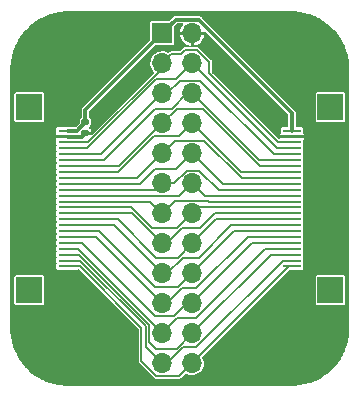
<source format=gbr>
%TF.GenerationSoftware,KiCad,Pcbnew,5.99.0-unknown-7565f60a0~106~ubuntu20.04.1*%
%TF.CreationDate,2020-12-13T15:13:57+00:00*%
%TF.ProjectId,24pin_flex_interposer,32347069-6e5f-4666-9c65-785f696e7465,rev?*%
%TF.SameCoordinates,Original*%
%TF.FileFunction,Copper,L1,Top*%
%TF.FilePolarity,Positive*%
%FSLAX46Y46*%
G04 Gerber Fmt 4.6, Leading zero omitted, Abs format (unit mm)*
G04 Created by KiCad (PCBNEW 5.99.0-unknown-7565f60a0~106~ubuntu20.04.1) date 2020-12-13 15:13:57*
%MOMM*%
%LPD*%
G01*
G04 APERTURE LIST*
G04 Aperture macros list*
%AMRoundRect*
0 Rectangle with rounded corners*
0 $1 Rounding radius*
0 $2 $3 $4 $5 $6 $7 $8 $9 X,Y pos of 4 corners*
0 Add a 4 corners polygon primitive as box body*
4,1,4,$2,$3,$4,$5,$6,$7,$8,$9,$2,$3,0*
0 Add four circle primitives for the rounded corners*
1,1,$1+$1,$2,$3,0*
1,1,$1+$1,$4,$5,0*
1,1,$1+$1,$6,$7,0*
1,1,$1+$1,$8,$9,0*
0 Add four rect primitives between the rounded corners*
20,1,$1+$1,$2,$3,$4,$5,0*
20,1,$1+$1,$4,$5,$6,$7,0*
20,1,$1+$1,$6,$7,$8,$9,0*
20,1,$1+$1,$8,$9,$2,$3,0*%
G04 Aperture macros list end*
%TA.AperFunction,SMDPad,CuDef*%
%ADD10RoundRect,0.140000X-0.170000X0.140000X-0.170000X-0.140000X0.170000X-0.140000X0.170000X0.140000X0*%
%TD*%
%TA.AperFunction,SMDPad,CuDef*%
%ADD11R,2.200000X2.200000*%
%TD*%
%TA.AperFunction,SMDPad,CuDef*%
%ADD12R,1.600000X0.250000*%
%TD*%
%TA.AperFunction,ComponentPad*%
%ADD13O,1.700000X1.700000*%
%TD*%
%TA.AperFunction,ComponentPad*%
%ADD14R,1.700000X1.700000*%
%TD*%
%TA.AperFunction,ViaPad*%
%ADD15C,0.600000*%
%TD*%
%TA.AperFunction,Conductor*%
%ADD16C,0.150000*%
%TD*%
%TA.AperFunction,Conductor*%
%ADD17C,0.300000*%
%TD*%
G04 APERTURE END LIST*
D10*
%TO.P,C1,2*%
%TO.N,/LCD2*%
X105500000Y-83480000D03*
%TO.P,C1,1*%
%TO.N,/LCD1*%
X105500000Y-82520000D03*
%TD*%
D11*
%TO.P,J3,0*%
%TO.N,N/C*%
X100750000Y-96750000D03*
X100750000Y-81250000D03*
D12*
%TO.P,J3,24,Pin_24*%
%TO.N,/LCD24*%
X104000000Y-94750000D03*
%TO.P,J3,23,Pin_23*%
%TO.N,/LCD23*%
X104000000Y-94250000D03*
%TO.P,J3,22,Pin_22*%
%TO.N,/LCD22*%
X104000000Y-93750000D03*
%TO.P,J3,21,Pin_21*%
%TO.N,/LCD21*%
X104000000Y-93250000D03*
%TO.P,J3,20,Pin_20*%
%TO.N,/LCD20*%
X104000000Y-92750000D03*
%TO.P,J3,19,Pin_19*%
%TO.N,/LCD19*%
X104000000Y-92250000D03*
%TO.P,J3,18,Pin_18*%
%TO.N,/LCD18*%
X104000000Y-91750000D03*
%TO.P,J3,17,Pin_17*%
%TO.N,/LCD17*%
X104000000Y-91250000D03*
%TO.P,J3,16,Pin_16*%
%TO.N,/LCD16*%
X104000000Y-90750000D03*
%TO.P,J3,15,Pin_15*%
%TO.N,/LCD15*%
X104000000Y-90250000D03*
%TO.P,J3,14,Pin_14*%
%TO.N,/LCD14*%
X104000000Y-89750000D03*
%TO.P,J3,13,Pin_13*%
%TO.N,/LCD13*%
X104000000Y-89250000D03*
%TO.P,J3,12,Pin_12*%
%TO.N,/LCD12*%
X104000000Y-88750000D03*
%TO.P,J3,11,Pin_11*%
%TO.N,/LCD11*%
X104000000Y-88250000D03*
%TO.P,J3,10,Pin_10*%
%TO.N,/LCD10*%
X104000000Y-87750000D03*
%TO.P,J3,9,Pin_9*%
%TO.N,/LCD9*%
X104000000Y-87250000D03*
%TO.P,J3,8,Pin_8*%
%TO.N,/LCD8*%
X104000000Y-86750000D03*
%TO.P,J3,7,Pin_7*%
%TO.N,/LCD7*%
X104000000Y-86250000D03*
%TO.P,J3,6,Pin_6*%
%TO.N,/LCD6*%
X104000000Y-85750000D03*
%TO.P,J3,5,Pin_5*%
%TO.N,/LCD5*%
X104000000Y-85250000D03*
%TO.P,J3,4,Pin_4*%
%TO.N,/LCD4*%
X104000000Y-84750000D03*
%TO.P,J3,3,Pin_3*%
%TO.N,/LCD3*%
X104000000Y-84250000D03*
%TO.P,J3,2,Pin_2*%
%TO.N,/LCD2*%
X104000000Y-83750000D03*
%TO.P,J3,1,Pin_1*%
%TO.N,/LCD1*%
X104000000Y-83250000D03*
%TD*%
D13*
%TO.P,J2,24,Pin_24*%
%TO.N,/LCD24*%
X114540000Y-102940000D03*
%TO.P,J2,23,Pin_23*%
%TO.N,/LCD23*%
X112000000Y-102940000D03*
%TO.P,J2,22,Pin_22*%
%TO.N,/LCD22*%
X114540000Y-100400000D03*
%TO.P,J2,21,Pin_21*%
%TO.N,/LCD21*%
X112000000Y-100400000D03*
%TO.P,J2,20,Pin_20*%
%TO.N,/LCD20*%
X114540000Y-97860000D03*
%TO.P,J2,19,Pin_19*%
%TO.N,/LCD19*%
X112000000Y-97860000D03*
%TO.P,J2,18,Pin_18*%
%TO.N,/LCD18*%
X114540000Y-95320000D03*
%TO.P,J2,17,Pin_17*%
%TO.N,/LCD17*%
X112000000Y-95320000D03*
%TO.P,J2,16,Pin_16*%
%TO.N,/LCD16*%
X114540000Y-92780000D03*
%TO.P,J2,15,Pin_15*%
%TO.N,/LCD15*%
X112000000Y-92780000D03*
%TO.P,J2,14,Pin_14*%
%TO.N,/LCD14*%
X114540000Y-90240000D03*
%TO.P,J2,13,Pin_13*%
%TO.N,/LCD13*%
X112000000Y-90240000D03*
%TO.P,J2,12,Pin_12*%
%TO.N,/LCD12*%
X114540000Y-87700000D03*
%TO.P,J2,11,Pin_11*%
%TO.N,/LCD11*%
X112000000Y-87700000D03*
%TO.P,J2,10,Pin_10*%
%TO.N,/LCD10*%
X114540000Y-85160000D03*
%TO.P,J2,9,Pin_9*%
%TO.N,/LCD9*%
X112000000Y-85160000D03*
%TO.P,J2,8,Pin_8*%
%TO.N,/LCD8*%
X114540000Y-82620000D03*
%TO.P,J2,7,Pin_7*%
%TO.N,/LCD7*%
X112000000Y-82620000D03*
%TO.P,J2,6,Pin_6*%
%TO.N,/LCD6*%
X114540000Y-80080000D03*
%TO.P,J2,5,Pin_5*%
%TO.N,/LCD5*%
X112000000Y-80080000D03*
%TO.P,J2,4,Pin_4*%
%TO.N,/LCD4*%
X114540000Y-77540000D03*
%TO.P,J2,3,Pin_3*%
%TO.N,/LCD3*%
X112000000Y-77540000D03*
%TO.P,J2,2,Pin_2*%
%TO.N,/LCD2*%
X114540000Y-75000000D03*
D14*
%TO.P,J2,1,Pin_1*%
%TO.N,/LCD1*%
X112000000Y-75000000D03*
%TD*%
D11*
%TO.P,J1,0*%
%TO.N,N/C*%
X126250000Y-81250000D03*
X126250000Y-96750000D03*
D12*
%TO.P,J1,24,Pin_24*%
%TO.N,/LCD1*%
X123000000Y-83250000D03*
%TO.P,J1,23,Pin_23*%
%TO.N,/LCD2*%
X123000000Y-83750000D03*
%TO.P,J1,22,Pin_22*%
%TO.N,/LCD3*%
X123000000Y-84250000D03*
%TO.P,J1,21,Pin_21*%
%TO.N,/LCD4*%
X123000000Y-84750000D03*
%TO.P,J1,20,Pin_20*%
%TO.N,/LCD5*%
X123000000Y-85250000D03*
%TO.P,J1,19,Pin_19*%
%TO.N,/LCD6*%
X123000000Y-85750000D03*
%TO.P,J1,18,Pin_18*%
%TO.N,/LCD7*%
X123000000Y-86250000D03*
%TO.P,J1,17,Pin_17*%
%TO.N,/LCD8*%
X123000000Y-86750000D03*
%TO.P,J1,16,Pin_16*%
%TO.N,/LCD9*%
X123000000Y-87250000D03*
%TO.P,J1,15,Pin_15*%
%TO.N,/LCD10*%
X123000000Y-87750000D03*
%TO.P,J1,14,Pin_14*%
%TO.N,/LCD11*%
X123000000Y-88250000D03*
%TO.P,J1,13,Pin_13*%
%TO.N,/LCD12*%
X123000000Y-88750000D03*
%TO.P,J1,12,Pin_12*%
%TO.N,/LCD13*%
X123000000Y-89250000D03*
%TO.P,J1,11,Pin_11*%
%TO.N,/LCD14*%
X123000000Y-89750000D03*
%TO.P,J1,10,Pin_10*%
%TO.N,/LCD15*%
X123000000Y-90250000D03*
%TO.P,J1,9,Pin_9*%
%TO.N,/LCD16*%
X123000000Y-90750000D03*
%TO.P,J1,8,Pin_8*%
%TO.N,/LCD17*%
X123000000Y-91250000D03*
%TO.P,J1,7,Pin_7*%
%TO.N,/LCD18*%
X123000000Y-91750000D03*
%TO.P,J1,6,Pin_6*%
%TO.N,/LCD19*%
X123000000Y-92250000D03*
%TO.P,J1,5,Pin_5*%
%TO.N,/LCD20*%
X123000000Y-92750000D03*
%TO.P,J1,4,Pin_4*%
%TO.N,/LCD21*%
X123000000Y-93250000D03*
%TO.P,J1,3,Pin_3*%
%TO.N,/LCD22*%
X123000000Y-93750000D03*
%TO.P,J1,2,Pin_2*%
%TO.N,/LCD23*%
X123000000Y-94250000D03*
%TO.P,J1,1,Pin_1*%
%TO.N,/LCD24*%
X123000000Y-94750000D03*
%TD*%
D15*
%TO.N,/LCD2*%
X123600010Y-82312522D03*
X117500000Y-75000000D03*
X110500000Y-75000000D03*
X121500000Y-83000000D03*
X104000000Y-82000000D03*
X104000000Y-96000000D03*
X123000000Y-96000000D03*
X126000000Y-103000000D03*
X101000000Y-103000000D03*
X101000000Y-75000000D03*
X126000000Y-75000000D03*
X110500000Y-77500000D03*
X106250000Y-82000000D03*
X106250000Y-83000000D03*
%TD*%
D16*
%TO.N,/LCD5*%
X121450000Y-85250000D02*
X123000000Y-85250000D01*
X115204999Y-79004999D02*
X121450000Y-85250000D01*
X113499279Y-79004999D02*
X115204999Y-79004999D01*
%TO.N,/LCD4*%
X111524279Y-78900000D02*
X105674279Y-84750000D01*
%TO.N,/LCD5*%
X112424278Y-80080000D02*
X113499279Y-79004999D01*
%TO.N,/LCD4*%
X113180000Y-78900000D02*
X111524279Y-78900000D01*
%TO.N,/LCD5*%
X112000000Y-80080000D02*
X112424278Y-80080000D01*
%TO.N,/LCD4*%
X105674279Y-84750000D02*
X104000000Y-84750000D01*
X114540000Y-77540000D02*
X113180000Y-78900000D01*
%TO.N,/LCD3*%
X104000000Y-84250000D02*
X105750000Y-84250000D01*
X105750000Y-84250000D02*
X112000000Y-78000000D01*
X112000000Y-78000000D02*
X112000000Y-77540000D01*
X112770000Y-76770000D02*
X112000000Y-77540000D01*
X114994668Y-76425012D02*
X113925012Y-76425012D01*
X112770000Y-76770000D02*
X113580024Y-76770000D01*
X113580024Y-76770000D02*
X113925012Y-76425012D01*
X123000000Y-84250000D02*
X121844666Y-84250000D01*
X121844666Y-84250000D02*
X116000000Y-78405334D01*
X116000000Y-78405334D02*
X116000000Y-77430344D01*
X116000000Y-77430344D02*
X114994668Y-76425012D01*
D17*
%TO.N,/LCD1*%
X112000000Y-75000000D02*
X113150001Y-73849999D01*
X113150001Y-73849999D02*
X115092001Y-73849999D01*
X115092001Y-73849999D02*
X123000000Y-81757998D01*
X123000000Y-81757998D02*
X123000000Y-83250000D01*
%TO.N,/LCD2*%
X104000000Y-83750000D02*
X105230000Y-83750000D01*
X105230000Y-83750000D02*
X105500000Y-83480000D01*
%TO.N,/LCD1*%
X105500000Y-82520000D02*
X105500000Y-81500000D01*
X105500000Y-81500000D02*
X112000000Y-75000000D01*
X104000000Y-83250000D02*
X104770000Y-83250000D01*
X104770000Y-83250000D02*
X105500000Y-82520000D01*
D16*
%TO.N,/LCD24*%
X104000000Y-94750000D02*
X105050000Y-94750000D01*
X110234499Y-102765501D02*
X111483999Y-104015001D01*
X105050000Y-94750000D02*
X110234499Y-99934499D01*
X110234499Y-99934499D02*
X110234499Y-102765501D01*
%TO.N,/LCD19*%
X112000000Y-97860000D02*
X112424279Y-97860000D01*
X112424279Y-97860000D02*
X113684279Y-96600000D01*
X114900000Y-96600000D02*
X119250000Y-92250000D01*
X113684279Y-96600000D02*
X114900000Y-96600000D01*
X119250000Y-92250000D02*
X123000000Y-92250000D01*
%TO.N,/LCD21*%
X112000000Y-100400000D02*
X113300000Y-99100000D01*
X113300000Y-99100000D02*
X114891002Y-99100000D01*
X114891002Y-99100000D02*
X120741002Y-93250000D01*
X120741002Y-93250000D02*
X123000000Y-93250000D01*
%TO.N,/LCD22*%
X114540000Y-100400000D02*
X113240000Y-101700000D01*
X113240000Y-101700000D02*
X111500000Y-101700000D01*
X111500000Y-101700000D02*
X110924999Y-101124999D01*
X110924999Y-101124999D02*
X110924999Y-99704113D01*
X110924999Y-99704113D02*
X104970886Y-93750000D01*
X104970886Y-93750000D02*
X104000000Y-93750000D01*
%TO.N,/LCD21*%
X104895165Y-93250000D02*
X112000000Y-100354835D01*
X104000000Y-93250000D02*
X104895165Y-93250000D01*
%TO.N,/LCD23*%
X110624988Y-99828381D02*
X110624988Y-101564988D01*
%TO.N,/LCD21*%
X112000000Y-100354835D02*
X112000000Y-100400000D01*
%TO.N,/LCD23*%
X104000000Y-94250000D02*
X105046607Y-94250000D01*
X110624988Y-101564988D02*
X112000000Y-102940000D01*
X105046607Y-94250000D02*
X110624988Y-99828381D01*
%TO.N,/LCD24*%
X113464999Y-104015001D02*
X114540000Y-102940000D01*
X111483999Y-104015001D02*
X113464999Y-104015001D01*
%TO.N,/LCD23*%
X112000000Y-102940000D02*
X112424279Y-102940000D01*
X112424279Y-102940000D02*
X113764279Y-101600000D01*
X113764279Y-101600000D02*
X114906786Y-101600000D01*
X114906786Y-101600000D02*
X122256786Y-94250000D01*
X122256786Y-94250000D02*
X123000000Y-94250000D01*
%TO.N,/LCD20*%
X114540000Y-97860000D02*
X114115722Y-97860000D01*
X114115722Y-97860000D02*
X113040721Y-98935001D01*
X111435001Y-98935001D02*
X105250000Y-92750000D01*
X113040721Y-98935001D02*
X111435001Y-98935001D01*
X105250000Y-92750000D02*
X104000000Y-92750000D01*
%TO.N,/LCD18*%
X113360000Y-96500000D02*
X111400000Y-96500000D01*
X106650000Y-91750000D02*
X104000000Y-91750000D01*
X114540000Y-95320000D02*
X113360000Y-96500000D01*
X111400000Y-96500000D02*
X106650000Y-91750000D01*
%TO.N,/LCD19*%
X104000000Y-92250000D02*
X106390000Y-92250000D01*
X106390000Y-92250000D02*
X112000000Y-97860000D01*
%TO.N,/LCD17*%
X112000000Y-95320000D02*
X112424279Y-95320000D01*
X112424279Y-95320000D02*
X113744279Y-94000000D01*
X113744279Y-94000000D02*
X115100000Y-94000000D01*
X115100000Y-94000000D02*
X117850000Y-91250000D01*
X117850000Y-91250000D02*
X123000000Y-91250000D01*
%TO.N,/LCD16*%
X108250000Y-90750000D02*
X104000000Y-90750000D01*
X113320000Y-94000000D02*
X111500000Y-94000000D01*
X114540000Y-92780000D02*
X113320000Y-94000000D01*
X111500000Y-94000000D02*
X108250000Y-90750000D01*
%TO.N,/LCD17*%
X104000000Y-91250000D02*
X107930000Y-91250000D01*
X107930000Y-91250000D02*
X112000000Y-95320000D01*
%TO.N,/LCD15*%
X112000000Y-92780000D02*
X112424279Y-92780000D01*
X115200000Y-91500000D02*
X116450000Y-90250000D01*
X112424279Y-92780000D02*
X113704279Y-91500000D01*
X113704279Y-91500000D02*
X115200000Y-91500000D01*
X116450000Y-90250000D02*
X123000000Y-90250000D01*
%TO.N,/LCD14*%
X109394278Y-89750000D02*
X104000000Y-89750000D01*
X114540000Y-90240000D02*
X113280000Y-91500000D01*
X113280000Y-91500000D02*
X111144278Y-91500000D01*
X111144278Y-91500000D02*
X109394278Y-89750000D01*
%TO.N,/LCD11*%
X104000000Y-88250000D02*
X111450000Y-88250000D01*
X111450000Y-88250000D02*
X112000000Y-87700000D01*
%TO.N,/LCD10*%
X114540000Y-85160000D02*
X113200000Y-86500000D01*
X113200000Y-86500000D02*
X111392139Y-86500000D01*
X111392139Y-86500000D02*
X110142139Y-87750000D01*
X110142139Y-87750000D02*
X104000000Y-87750000D01*
%TO.N,/LCD9*%
X104000000Y-87250000D02*
X109910000Y-87250000D01*
X109910000Y-87250000D02*
X112000000Y-85160000D01*
%TO.N,/LCD6*%
X114540000Y-80080000D02*
X114115721Y-80080000D01*
X112795721Y-81400000D02*
X111400000Y-81400000D01*
X114115721Y-80080000D02*
X112795721Y-81400000D01*
X111400000Y-81400000D02*
X107050000Y-85750000D01*
X107050000Y-85750000D02*
X104000000Y-85750000D01*
%TO.N,/LCD8*%
X111344267Y-83700011D02*
X108294278Y-86750000D01*
X113459989Y-83700011D02*
X111344267Y-83700011D01*
%TO.N,/LCD7*%
X104000000Y-86250000D02*
X108370000Y-86250000D01*
%TO.N,/LCD8*%
X114540000Y-82620000D02*
X113459989Y-83700011D01*
X108294278Y-86750000D02*
X104000000Y-86750000D01*
%TO.N,/LCD7*%
X108370000Y-86250000D02*
X112000000Y-82620000D01*
%TO.N,/LCD5*%
X106830000Y-85250000D02*
X112000000Y-80080000D01*
X104000000Y-85250000D02*
X106830000Y-85250000D01*
%TO.N,/LCD22*%
X123000000Y-93750000D02*
X121190000Y-93750000D01*
X121190000Y-93750000D02*
X114540000Y-100400000D01*
%TO.N,/LCD20*%
X123000000Y-92750000D02*
X119650000Y-92750000D01*
X119650000Y-92750000D02*
X114540000Y-97860000D01*
%TO.N,/LCD18*%
X123000000Y-91750000D02*
X118110000Y-91750000D01*
X118110000Y-91750000D02*
X114540000Y-95320000D01*
%TO.N,/LCD16*%
X123000000Y-90750000D02*
X116570000Y-90750000D01*
X116570000Y-90750000D02*
X114540000Y-92780000D01*
%TO.N,/LCD14*%
X123000000Y-89750000D02*
X115030000Y-89750000D01*
X115030000Y-89750000D02*
X114540000Y-90240000D01*
%TO.N,/LCD12*%
X123000000Y-88750000D02*
X115590000Y-88750000D01*
X115590000Y-88750000D02*
X114540000Y-87700000D01*
%TO.N,/LCD11*%
X112000000Y-87700000D02*
X113000000Y-87700000D01*
X113000000Y-87700000D02*
X114075001Y-86624999D01*
X114075001Y-86624999D02*
X115152860Y-86624999D01*
X115152860Y-86624999D02*
X116777861Y-88250000D01*
X116777861Y-88250000D02*
X123000000Y-88250000D01*
%TO.N,/LCD10*%
X117130000Y-87750000D02*
X114540000Y-85160000D01*
X123000000Y-87750000D02*
X117130000Y-87750000D01*
%TO.N,/LCD8*%
X123000000Y-86750000D02*
X118670000Y-86750000D01*
%TO.N,/LCD9*%
X113075001Y-84084999D02*
X115580721Y-84084999D01*
X115580721Y-84084999D02*
X118745722Y-87250000D01*
X118745722Y-87250000D02*
X123000000Y-87250000D01*
X112000000Y-85160000D02*
X113075001Y-84084999D01*
%TO.N,/LCD8*%
X118670000Y-86750000D02*
X114540000Y-82620000D01*
%TO.N,/LCD4*%
X123000000Y-84750000D02*
X121750000Y-84750000D01*
X121750000Y-84750000D02*
X114540000Y-77540000D01*
%TO.N,/LCD7*%
X120285722Y-86250000D02*
X123000000Y-86250000D01*
X115435722Y-81400000D02*
X120285722Y-86250000D01*
X113220000Y-81400000D02*
X115435722Y-81400000D01*
X112000000Y-82620000D02*
X113220000Y-81400000D01*
%TO.N,/LCD6*%
X120210000Y-85750000D02*
X114540000Y-80080000D01*
X123000000Y-85750000D02*
X120210000Y-85750000D01*
%TO.N,/LCD24*%
X123000000Y-94750000D02*
X122730000Y-94750000D01*
X122730000Y-94750000D02*
X114540000Y-102940000D01*
%TO.N,/LCD15*%
X104000000Y-90250000D02*
X109470000Y-90250000D01*
X109470000Y-90250000D02*
X112000000Y-92780000D01*
%TO.N,/LCD13*%
X112000000Y-90240000D02*
X113075001Y-89164999D01*
X113075001Y-89164999D02*
X115864999Y-89164999D01*
X115864999Y-89164999D02*
X115950000Y-89250000D01*
X115950000Y-89250000D02*
X123000000Y-89250000D01*
X104000000Y-89250000D02*
X111010000Y-89250000D01*
X111010000Y-89250000D02*
X112000000Y-90240000D01*
%TO.N,/LCD12*%
X114540000Y-87700000D02*
X113464999Y-88775001D01*
X113464999Y-88775001D02*
X104025001Y-88775001D01*
X104025001Y-88775001D02*
X104000000Y-88750000D01*
D17*
%TO.N,/LCD1*%
X112000000Y-75250000D02*
X112000000Y-75000000D01*
%TD*%
%TA.AperFunction,Conductor*%
%TO.N,/LCD2*%
G36*
X122972303Y-73152724D02*
G01*
X122974304Y-73153282D01*
X122975063Y-73153494D01*
X122975064Y-73153494D01*
X122979736Y-73154798D01*
X123144885Y-73156509D01*
X123147310Y-73156575D01*
X123258095Y-73161412D01*
X123261298Y-73161622D01*
X123582865Y-73189756D01*
X123586022Y-73190101D01*
X123674231Y-73201714D01*
X123678804Y-73202316D01*
X123681995Y-73202807D01*
X123999899Y-73258863D01*
X124003064Y-73259493D01*
X124067210Y-73273713D01*
X124094376Y-73279735D01*
X124097467Y-73280492D01*
X124359154Y-73350612D01*
X124409295Y-73364047D01*
X124412394Y-73364950D01*
X124425374Y-73369042D01*
X124501599Y-73393076D01*
X124504608Y-73394098D01*
X124781771Y-73494977D01*
X124808006Y-73504526D01*
X124811015Y-73505696D01*
X124897376Y-73541468D01*
X124900331Y-73542768D01*
X124920670Y-73552252D01*
X125192947Y-73679217D01*
X125195790Y-73680619D01*
X125278743Y-73723801D01*
X125278762Y-73723811D01*
X125281591Y-73725364D01*
X125561169Y-73886778D01*
X125563912Y-73888443D01*
X125642796Y-73938699D01*
X125645480Y-73940492D01*
X125781874Y-74035996D01*
X125909923Y-74125658D01*
X125912498Y-74127546D01*
X125986692Y-74184477D01*
X125989175Y-74186469D01*
X126091184Y-74272065D01*
X126236523Y-74394020D01*
X126238949Y-74396148D01*
X126307853Y-74459286D01*
X126310186Y-74461519D01*
X126538490Y-74689824D01*
X126540722Y-74692156D01*
X126603874Y-74761074D01*
X126605998Y-74763496D01*
X126813520Y-75010813D01*
X126815505Y-75013285D01*
X126847244Y-75054647D01*
X126872454Y-75087503D01*
X126874362Y-75090106D01*
X126971481Y-75228805D01*
X127059508Y-75354520D01*
X127059519Y-75354536D01*
X127061313Y-75357221D01*
X127111563Y-75436099D01*
X127113238Y-75438859D01*
X127222880Y-75628764D01*
X127274636Y-75718408D01*
X127274646Y-75718426D01*
X127276189Y-75721238D01*
X127319368Y-75804183D01*
X127319376Y-75804199D01*
X127320796Y-75807079D01*
X127349241Y-75868079D01*
X127457228Y-76099661D01*
X127458528Y-76102615D01*
X127494313Y-76189007D01*
X127495481Y-76192010D01*
X127605910Y-76495415D01*
X127606924Y-76498403D01*
X127635050Y-76587606D01*
X127635937Y-76590647D01*
X127706960Y-76855709D01*
X127719511Y-76902550D01*
X127720278Y-76905685D01*
X127740505Y-76996922D01*
X127741135Y-77000089D01*
X127797195Y-77318023D01*
X127797686Y-77321214D01*
X127807901Y-77398798D01*
X127809893Y-77413931D01*
X127810242Y-77417126D01*
X127829899Y-77641798D01*
X127838377Y-77738696D01*
X127838589Y-77741918D01*
X127843425Y-77852672D01*
X127843491Y-77855114D01*
X127845202Y-78020265D01*
X127846506Y-78024936D01*
X127846506Y-78024938D01*
X127847276Y-78027696D01*
X127850000Y-78047589D01*
X127850000Y-99952411D01*
X127847276Y-99972304D01*
X127845202Y-99979735D01*
X127843960Y-100099632D01*
X127843491Y-100144867D01*
X127843425Y-100147310D01*
X127838589Y-100258082D01*
X127838377Y-100261302D01*
X127818427Y-100489333D01*
X127810244Y-100582860D01*
X127809895Y-100586048D01*
X127804224Y-100629124D01*
X127797686Y-100678786D01*
X127797195Y-100681977D01*
X127741135Y-100999911D01*
X127740505Y-101003078D01*
X127720278Y-101094315D01*
X127719511Y-101097450D01*
X127717533Y-101104831D01*
X127635937Y-101409353D01*
X127635053Y-101412386D01*
X127606924Y-101501597D01*
X127605910Y-101504585D01*
X127499715Y-101796357D01*
X127495483Y-101807984D01*
X127494313Y-101810993D01*
X127458528Y-101897385D01*
X127457228Y-101900339D01*
X127423004Y-101973734D01*
X127344831Y-102141379D01*
X127320804Y-102192905D01*
X127319383Y-102195786D01*
X127312220Y-102209547D01*
X127276199Y-102278743D01*
X127274648Y-102281570D01*
X127255269Y-102315137D01*
X127113238Y-102561141D01*
X127111563Y-102563901D01*
X127061313Y-102642779D01*
X127059526Y-102645454D01*
X127040870Y-102672097D01*
X126874362Y-102909894D01*
X126872454Y-102912497D01*
X126850602Y-102940976D01*
X126815505Y-102986715D01*
X126813520Y-102989187D01*
X126675767Y-103153356D01*
X126606003Y-103236498D01*
X126603879Y-103238920D01*
X126564737Y-103281637D01*
X126540722Y-103307844D01*
X126538490Y-103310176D01*
X126310186Y-103538481D01*
X126307853Y-103540714D01*
X126238949Y-103603852D01*
X126236523Y-103605980D01*
X126156679Y-103672978D01*
X125989175Y-103813531D01*
X125986703Y-103815514D01*
X125912502Y-103872451D01*
X125909923Y-103874342D01*
X125810782Y-103943762D01*
X125645480Y-104059508D01*
X125642796Y-104061301D01*
X125563912Y-104111557D01*
X125561169Y-104113222D01*
X125332603Y-104245185D01*
X125281592Y-104274636D01*
X125278763Y-104276188D01*
X125195790Y-104319381D01*
X125192947Y-104320783D01*
X124935587Y-104440792D01*
X124900331Y-104457232D01*
X124897376Y-104458532D01*
X124811015Y-104494304D01*
X124808006Y-104495474D01*
X124504608Y-104605902D01*
X124501599Y-104606924D01*
X124425374Y-104630958D01*
X124412394Y-104635050D01*
X124409295Y-104635953D01*
X124097467Y-104719508D01*
X124094376Y-104720265D01*
X124067210Y-104726287D01*
X124003064Y-104740507D01*
X123999899Y-104741137D01*
X123681995Y-104797193D01*
X123678803Y-104797684D01*
X123586022Y-104809899D01*
X123582865Y-104810244D01*
X123261298Y-104838378D01*
X123258095Y-104838588D01*
X123147310Y-104843425D01*
X123144885Y-104843491D01*
X122979736Y-104845202D01*
X122975064Y-104846506D01*
X122975063Y-104846506D01*
X122974304Y-104846718D01*
X122972303Y-104847276D01*
X122952413Y-104850000D01*
X104047589Y-104850000D01*
X104027696Y-104847276D01*
X104024938Y-104846506D01*
X104024936Y-104846506D01*
X104020265Y-104845202D01*
X103855115Y-104843491D01*
X103852690Y-104843425D01*
X103741916Y-104838589D01*
X103738696Y-104838377D01*
X103417126Y-104810242D01*
X103413947Y-104809895D01*
X103370876Y-104804224D01*
X103321214Y-104797686D01*
X103318023Y-104797195D01*
X103065906Y-104752740D01*
X103000084Y-104741134D01*
X102996927Y-104740506D01*
X102950400Y-104730191D01*
X102905685Y-104720278D01*
X102902550Y-104719511D01*
X102855709Y-104706960D01*
X102590647Y-104635937D01*
X102587614Y-104635053D01*
X102498403Y-104606924D01*
X102495415Y-104605910D01*
X102192010Y-104495481D01*
X102189007Y-104494313D01*
X102102615Y-104458528D01*
X102099661Y-104457228D01*
X101888536Y-104358780D01*
X101807079Y-104320796D01*
X101804214Y-104319383D01*
X101721252Y-104276196D01*
X101718426Y-104274646D01*
X101438859Y-104113238D01*
X101436099Y-104111563D01*
X101357221Y-104061313D01*
X101354536Y-104059519D01*
X101354521Y-104059508D01*
X101263220Y-103995578D01*
X101090106Y-103874362D01*
X101087503Y-103872454D01*
X101043435Y-103838640D01*
X101013285Y-103815505D01*
X101010803Y-103813512D01*
X100763496Y-103605998D01*
X100761074Y-103603874D01*
X100692156Y-103540722D01*
X100689824Y-103538490D01*
X100461519Y-103310186D01*
X100459286Y-103307853D01*
X100396148Y-103238949D01*
X100394020Y-103236523D01*
X100276709Y-103096719D01*
X100186469Y-102989175D01*
X100184486Y-102986703D01*
X100127549Y-102912502D01*
X100125649Y-102909911D01*
X100112436Y-102891040D01*
X100019516Y-102758338D01*
X99940492Y-102645480D01*
X99938699Y-102642796D01*
X99888443Y-102563912D01*
X99886778Y-102561169D01*
X99725354Y-102281574D01*
X99723811Y-102278762D01*
X99690456Y-102214688D01*
X99680619Y-102195790D01*
X99679217Y-102192947D01*
X99542768Y-101900331D01*
X99541468Y-101897376D01*
X99505696Y-101811015D01*
X99504526Y-101808006D01*
X99481714Y-101745331D01*
X99394098Y-101504608D01*
X99393076Y-101501599D01*
X99364950Y-101412394D01*
X99364047Y-101409295D01*
X99320990Y-101248608D01*
X99280492Y-101097467D01*
X99279731Y-101094358D01*
X99279722Y-101094315D01*
X99273713Y-101067210D01*
X99259493Y-101003064D01*
X99258863Y-100999899D01*
X99202807Y-100681995D01*
X99202316Y-100678804D01*
X99201714Y-100674231D01*
X99190101Y-100586022D01*
X99189756Y-100582865D01*
X99161622Y-100261298D01*
X99161411Y-100258086D01*
X99161411Y-100258082D01*
X99156575Y-100147310D01*
X99156509Y-100144867D01*
X99156041Y-100099632D01*
X99154798Y-99979736D01*
X99152724Y-99972303D01*
X99150000Y-99952413D01*
X99150000Y-95650000D01*
X99494500Y-95650000D01*
X99494500Y-97850000D01*
X99495210Y-97853569D01*
X99495210Y-97853570D01*
X99497886Y-97867020D01*
X99506337Y-97909507D01*
X99540045Y-97959955D01*
X99590493Y-97993663D01*
X99597638Y-97995084D01*
X99597640Y-97995085D01*
X99646430Y-98004790D01*
X99646431Y-98004790D01*
X99650000Y-98005500D01*
X101850000Y-98005500D01*
X101853569Y-98004790D01*
X101853570Y-98004790D01*
X101902360Y-97995085D01*
X101902362Y-97995084D01*
X101909507Y-97993663D01*
X101959955Y-97959955D01*
X101993663Y-97909507D01*
X102002115Y-97867020D01*
X102004790Y-97853570D01*
X102004790Y-97853569D01*
X102005500Y-97850000D01*
X102005500Y-95650000D01*
X101999002Y-95617334D01*
X101995085Y-95597640D01*
X101995084Y-95597638D01*
X101993663Y-95590493D01*
X101959955Y-95540045D01*
X101909507Y-95506337D01*
X101902362Y-95504916D01*
X101902360Y-95504915D01*
X101853570Y-95495210D01*
X101853569Y-95495210D01*
X101850000Y-95494500D01*
X99650000Y-95494500D01*
X99646431Y-95495210D01*
X99646430Y-95495210D01*
X99597640Y-95504915D01*
X99597638Y-95504916D01*
X99590493Y-95506337D01*
X99540045Y-95540045D01*
X99506337Y-95590493D01*
X99504916Y-95597638D01*
X99504915Y-95597640D01*
X99500998Y-95617334D01*
X99494500Y-95650000D01*
X99150000Y-95650000D01*
X99150000Y-83881637D01*
X102996320Y-83881637D01*
X103009183Y-83946303D01*
X103014653Y-83959508D01*
X103046461Y-84007113D01*
X103058492Y-84056282D01*
X103056141Y-84065454D01*
X103056337Y-84065493D01*
X103044500Y-84125000D01*
X103044500Y-84375000D01*
X103056337Y-84434507D01*
X103060385Y-84440565D01*
X103072628Y-84458888D01*
X103084659Y-84508056D01*
X103072628Y-84541111D01*
X103056337Y-84565493D01*
X103054916Y-84572638D01*
X103054915Y-84572640D01*
X103045210Y-84621430D01*
X103044500Y-84625000D01*
X103044500Y-84875000D01*
X103045210Y-84878569D01*
X103045210Y-84878570D01*
X103053817Y-84921836D01*
X103056337Y-84934507D01*
X103071912Y-84957816D01*
X103072628Y-84958888D01*
X103084659Y-85008056D01*
X103072628Y-85041111D01*
X103056337Y-85065493D01*
X103044500Y-85125000D01*
X103044500Y-85375000D01*
X103045210Y-85378569D01*
X103045210Y-85378570D01*
X103053817Y-85421836D01*
X103056337Y-85434507D01*
X103071590Y-85457334D01*
X103072628Y-85458888D01*
X103084659Y-85508056D01*
X103072628Y-85541111D01*
X103056337Y-85565493D01*
X103044500Y-85625000D01*
X103044500Y-85875000D01*
X103045210Y-85878569D01*
X103045210Y-85878570D01*
X103053817Y-85921836D01*
X103056337Y-85934507D01*
X103060385Y-85940565D01*
X103072628Y-85958888D01*
X103084659Y-86008056D01*
X103072628Y-86041111D01*
X103056337Y-86065493D01*
X103044500Y-86125000D01*
X103044500Y-86375000D01*
X103045210Y-86378569D01*
X103045210Y-86378570D01*
X103054476Y-86425149D01*
X103056337Y-86434507D01*
X103071093Y-86456590D01*
X103072628Y-86458888D01*
X103084659Y-86508056D01*
X103072628Y-86541111D01*
X103056337Y-86565493D01*
X103044500Y-86625000D01*
X103044500Y-86875000D01*
X103045210Y-86878569D01*
X103045210Y-86878570D01*
X103053817Y-86921836D01*
X103056337Y-86934507D01*
X103060385Y-86940565D01*
X103072628Y-86958888D01*
X103084659Y-87008056D01*
X103072628Y-87041111D01*
X103056337Y-87065493D01*
X103044500Y-87125000D01*
X103044500Y-87375000D01*
X103045210Y-87378569D01*
X103045210Y-87378570D01*
X103053817Y-87421836D01*
X103056337Y-87434507D01*
X103065857Y-87448754D01*
X103072628Y-87458888D01*
X103084659Y-87508056D01*
X103072628Y-87541111D01*
X103056337Y-87565493D01*
X103044500Y-87625000D01*
X103044500Y-87875000D01*
X103045210Y-87878569D01*
X103045210Y-87878570D01*
X103053817Y-87921836D01*
X103056337Y-87934507D01*
X103065857Y-87948754D01*
X103072628Y-87958888D01*
X103084659Y-88008056D01*
X103072628Y-88041111D01*
X103056337Y-88065493D01*
X103054916Y-88072638D01*
X103054915Y-88072640D01*
X103048316Y-88105817D01*
X103044500Y-88125000D01*
X103044500Y-88375000D01*
X103056337Y-88434507D01*
X103062714Y-88444050D01*
X103072628Y-88458888D01*
X103084659Y-88508056D01*
X103072628Y-88541111D01*
X103056337Y-88565493D01*
X103054916Y-88572638D01*
X103054915Y-88572640D01*
X103049743Y-88598640D01*
X103044500Y-88625000D01*
X103044500Y-88875000D01*
X103056337Y-88934507D01*
X103060385Y-88940565D01*
X103072628Y-88958888D01*
X103084659Y-89008056D01*
X103072628Y-89041111D01*
X103056337Y-89065493D01*
X103054916Y-89072638D01*
X103054915Y-89072640D01*
X103047185Y-89111501D01*
X103044500Y-89125000D01*
X103044500Y-89375000D01*
X103056337Y-89434507D01*
X103060385Y-89440565D01*
X103072628Y-89458888D01*
X103084659Y-89508056D01*
X103072628Y-89541111D01*
X103056337Y-89565493D01*
X103054916Y-89572638D01*
X103054915Y-89572640D01*
X103049110Y-89601826D01*
X103044500Y-89625000D01*
X103044500Y-89875000D01*
X103056337Y-89934507D01*
X103060385Y-89940565D01*
X103072628Y-89958888D01*
X103084659Y-90008056D01*
X103072628Y-90041111D01*
X103056337Y-90065493D01*
X103054916Y-90072638D01*
X103054915Y-90072640D01*
X103047198Y-90111438D01*
X103044500Y-90125000D01*
X103044500Y-90375000D01*
X103056337Y-90434507D01*
X103068439Y-90452618D01*
X103072628Y-90458888D01*
X103084659Y-90508056D01*
X103072628Y-90541111D01*
X103056337Y-90565493D01*
X103054916Y-90572638D01*
X103054915Y-90572640D01*
X103049110Y-90601826D01*
X103044500Y-90625000D01*
X103044500Y-90875000D01*
X103045210Y-90878569D01*
X103045210Y-90878570D01*
X103052821Y-90916829D01*
X103056337Y-90934507D01*
X103060385Y-90940565D01*
X103072628Y-90958888D01*
X103084659Y-91008056D01*
X103072628Y-91041111D01*
X103056337Y-91065493D01*
X103054916Y-91072638D01*
X103054915Y-91072640D01*
X103050315Y-91095765D01*
X103044500Y-91125000D01*
X103044500Y-91375000D01*
X103056337Y-91434507D01*
X103060385Y-91440565D01*
X103072628Y-91458888D01*
X103084659Y-91508056D01*
X103072628Y-91541111D01*
X103056337Y-91565493D01*
X103054916Y-91572638D01*
X103054915Y-91572640D01*
X103050315Y-91595765D01*
X103044500Y-91625000D01*
X103044500Y-91875000D01*
X103056337Y-91934507D01*
X103060385Y-91940565D01*
X103072628Y-91958888D01*
X103084659Y-92008056D01*
X103072628Y-92041111D01*
X103056337Y-92065493D01*
X103054916Y-92072638D01*
X103054915Y-92072640D01*
X103047198Y-92111438D01*
X103044500Y-92125000D01*
X103044500Y-92375000D01*
X103045210Y-92378569D01*
X103045210Y-92378570D01*
X103046269Y-92383891D01*
X103056337Y-92434507D01*
X103060385Y-92440565D01*
X103072628Y-92458888D01*
X103084659Y-92508056D01*
X103072628Y-92541111D01*
X103056337Y-92565493D01*
X103054916Y-92572638D01*
X103054915Y-92572640D01*
X103050315Y-92595765D01*
X103044500Y-92625000D01*
X103044500Y-92875000D01*
X103056337Y-92934507D01*
X103060385Y-92940565D01*
X103072628Y-92958888D01*
X103084659Y-93008056D01*
X103072628Y-93041111D01*
X103056337Y-93065493D01*
X103054916Y-93072638D01*
X103054915Y-93072640D01*
X103049110Y-93101826D01*
X103044500Y-93125000D01*
X103044500Y-93375000D01*
X103056337Y-93434507D01*
X103060385Y-93440565D01*
X103072628Y-93458888D01*
X103084659Y-93508056D01*
X103072628Y-93541111D01*
X103056337Y-93565493D01*
X103054916Y-93572638D01*
X103054915Y-93572640D01*
X103052158Y-93586500D01*
X103044500Y-93625000D01*
X103044500Y-93875000D01*
X103056337Y-93934507D01*
X103060385Y-93940565D01*
X103072628Y-93958888D01*
X103084659Y-94008056D01*
X103072628Y-94041111D01*
X103056337Y-94065493D01*
X103044500Y-94125000D01*
X103044500Y-94375000D01*
X103056337Y-94434507D01*
X103067718Y-94451539D01*
X103072628Y-94458888D01*
X103084659Y-94508056D01*
X103072628Y-94541111D01*
X103056337Y-94565493D01*
X103054916Y-94572638D01*
X103054915Y-94572640D01*
X103048157Y-94606617D01*
X103044500Y-94625000D01*
X103044500Y-94875000D01*
X103045210Y-94878569D01*
X103045210Y-94878570D01*
X103053833Y-94921917D01*
X103056337Y-94934507D01*
X103090045Y-94984955D01*
X103140493Y-95018663D01*
X103147638Y-95020084D01*
X103147640Y-95020085D01*
X103196430Y-95029790D01*
X103196431Y-95029790D01*
X103200000Y-95030500D01*
X104800000Y-95030500D01*
X104803569Y-95029790D01*
X104803570Y-95029790D01*
X104852360Y-95020085D01*
X104852362Y-95020084D01*
X104859507Y-95018663D01*
X104893087Y-94996226D01*
X104942254Y-94984195D01*
X104986524Y-95005429D01*
X109987325Y-100006230D01*
X110008717Y-100052106D01*
X110008999Y-100058556D01*
X110009000Y-102758338D01*
X110008899Y-102762211D01*
X110006837Y-102801558D01*
X110009624Y-102808818D01*
X110015567Y-102824299D01*
X110018865Y-102835433D01*
X110023928Y-102859254D01*
X110028922Y-102866127D01*
X110038139Y-102883103D01*
X110041186Y-102891040D01*
X110041408Y-102891315D01*
X110058550Y-102908457D01*
X110066090Y-102917286D01*
X110080265Y-102936796D01*
X110086998Y-102940684D01*
X110087001Y-102940686D01*
X110087503Y-102940976D01*
X110102828Y-102952735D01*
X111319494Y-104169401D01*
X111322161Y-104172211D01*
X111348514Y-104201479D01*
X111370774Y-104211390D01*
X111380967Y-104216925D01*
X111401395Y-104230191D01*
X111409077Y-104231408D01*
X111409078Y-104231408D01*
X111409787Y-104231520D01*
X111428308Y-104237006D01*
X111436075Y-104240464D01*
X111436427Y-104240501D01*
X111460665Y-104240501D01*
X111472239Y-104241412D01*
X111496062Y-104245185D01*
X111503574Y-104243172D01*
X111503577Y-104243172D01*
X111504133Y-104243023D01*
X111523287Y-104240501D01*
X113457855Y-104240501D01*
X113461729Y-104240602D01*
X113501056Y-104242663D01*
X113508314Y-104239877D01*
X113508319Y-104239876D01*
X113523794Y-104233935D01*
X113534927Y-104230637D01*
X113551145Y-104227190D01*
X113551146Y-104227190D01*
X113558752Y-104225573D01*
X113565630Y-104220576D01*
X113582601Y-104211361D01*
X113590538Y-104208314D01*
X113590813Y-104208092D01*
X113607948Y-104190957D01*
X113616778Y-104183415D01*
X113630004Y-104173806D01*
X113636294Y-104169236D01*
X113640206Y-104162461D01*
X113640474Y-104161997D01*
X113652233Y-104146672D01*
X113968526Y-103830379D01*
X114014402Y-103808987D01*
X114060284Y-103820087D01*
X114092919Y-103840638D01*
X114096428Y-103841957D01*
X114096430Y-103841958D01*
X114253669Y-103901060D01*
X114283149Y-103912141D01*
X114483871Y-103943932D01*
X114487616Y-103943762D01*
X114487618Y-103943762D01*
X114683143Y-103934883D01*
X114686886Y-103934713D01*
X114690516Y-103933794D01*
X114690519Y-103933794D01*
X114880267Y-103885781D01*
X114880271Y-103885779D01*
X114883901Y-103884861D01*
X115066868Y-103796411D01*
X115228312Y-103672978D01*
X115343281Y-103540722D01*
X115359180Y-103522432D01*
X115359181Y-103522431D01*
X115361639Y-103519603D01*
X115461403Y-103342551D01*
X115523527Y-103149055D01*
X115545475Y-102947020D01*
X115545500Y-102940000D01*
X115528354Y-102771195D01*
X115525342Y-102741547D01*
X115524963Y-102737816D01*
X115495186Y-102642796D01*
X115465312Y-102547467D01*
X115465311Y-102547464D01*
X115464191Y-102543891D01*
X115416627Y-102458082D01*
X115408709Y-102408088D01*
X115429023Y-102369882D01*
X122148905Y-95650000D01*
X124994500Y-95650000D01*
X124994500Y-97850000D01*
X124995210Y-97853569D01*
X124995210Y-97853570D01*
X124997886Y-97867020D01*
X125006337Y-97909507D01*
X125040045Y-97959955D01*
X125090493Y-97993663D01*
X125097638Y-97995084D01*
X125097640Y-97995085D01*
X125146430Y-98004790D01*
X125146431Y-98004790D01*
X125150000Y-98005500D01*
X127350000Y-98005500D01*
X127353569Y-98004790D01*
X127353570Y-98004790D01*
X127402360Y-97995085D01*
X127402362Y-97995084D01*
X127409507Y-97993663D01*
X127459955Y-97959955D01*
X127493663Y-97909507D01*
X127502115Y-97867020D01*
X127504790Y-97853570D01*
X127504790Y-97853569D01*
X127505500Y-97850000D01*
X127505500Y-95650000D01*
X127499002Y-95617334D01*
X127495085Y-95597640D01*
X127495084Y-95597638D01*
X127493663Y-95590493D01*
X127459955Y-95540045D01*
X127409507Y-95506337D01*
X127402362Y-95504916D01*
X127402360Y-95504915D01*
X127353570Y-95495210D01*
X127353569Y-95495210D01*
X127350000Y-95494500D01*
X125150000Y-95494500D01*
X125146431Y-95495210D01*
X125146430Y-95495210D01*
X125097640Y-95504915D01*
X125097638Y-95504916D01*
X125090493Y-95506337D01*
X125040045Y-95540045D01*
X125006337Y-95590493D01*
X125004916Y-95597638D01*
X125004915Y-95597640D01*
X125000998Y-95617334D01*
X124994500Y-95650000D01*
X122148905Y-95650000D01*
X122746731Y-95052174D01*
X122792607Y-95030782D01*
X122799057Y-95030500D01*
X123800000Y-95030500D01*
X123803569Y-95029790D01*
X123803570Y-95029790D01*
X123852360Y-95020085D01*
X123852362Y-95020084D01*
X123859507Y-95018663D01*
X123909955Y-94984955D01*
X123943663Y-94934507D01*
X123946168Y-94921917D01*
X123954790Y-94878570D01*
X123954790Y-94878569D01*
X123955500Y-94875000D01*
X123955500Y-94625000D01*
X123951843Y-94606617D01*
X123945085Y-94572640D01*
X123945084Y-94572638D01*
X123943663Y-94565493D01*
X123927372Y-94541111D01*
X123915341Y-94491944D01*
X123927372Y-94458888D01*
X123932283Y-94451539D01*
X123943663Y-94434507D01*
X123955500Y-94375000D01*
X123955500Y-94125000D01*
X123943663Y-94065493D01*
X123927372Y-94041111D01*
X123915341Y-93991944D01*
X123927372Y-93958888D01*
X123939615Y-93940565D01*
X123943663Y-93934507D01*
X123955500Y-93875000D01*
X123955500Y-93625000D01*
X123947842Y-93586500D01*
X123945085Y-93572640D01*
X123945084Y-93572638D01*
X123943663Y-93565493D01*
X123927372Y-93541111D01*
X123915341Y-93491944D01*
X123927372Y-93458888D01*
X123939615Y-93440565D01*
X123943663Y-93434507D01*
X123955500Y-93375000D01*
X123955500Y-93125000D01*
X123950890Y-93101826D01*
X123945085Y-93072640D01*
X123945084Y-93072638D01*
X123943663Y-93065493D01*
X123927372Y-93041111D01*
X123915341Y-92991944D01*
X123927372Y-92958888D01*
X123939615Y-92940565D01*
X123943663Y-92934507D01*
X123955500Y-92875000D01*
X123955500Y-92625000D01*
X123949685Y-92595765D01*
X123945085Y-92572640D01*
X123945084Y-92572638D01*
X123943663Y-92565493D01*
X123927372Y-92541111D01*
X123915341Y-92491944D01*
X123927372Y-92458888D01*
X123939615Y-92440565D01*
X123943663Y-92434507D01*
X123953732Y-92383891D01*
X123954790Y-92378570D01*
X123954790Y-92378569D01*
X123955500Y-92375000D01*
X123955500Y-92125000D01*
X123952802Y-92111438D01*
X123945085Y-92072640D01*
X123945084Y-92072638D01*
X123943663Y-92065493D01*
X123927372Y-92041111D01*
X123915341Y-91991944D01*
X123927372Y-91958888D01*
X123939615Y-91940565D01*
X123943663Y-91934507D01*
X123955500Y-91875000D01*
X123955500Y-91625000D01*
X123949685Y-91595765D01*
X123945085Y-91572640D01*
X123945084Y-91572638D01*
X123943663Y-91565493D01*
X123927372Y-91541111D01*
X123915341Y-91491944D01*
X123927372Y-91458888D01*
X123939615Y-91440565D01*
X123943663Y-91434507D01*
X123955500Y-91375000D01*
X123955500Y-91125000D01*
X123949685Y-91095765D01*
X123945085Y-91072640D01*
X123945084Y-91072638D01*
X123943663Y-91065493D01*
X123927372Y-91041111D01*
X123915341Y-90991944D01*
X123927372Y-90958888D01*
X123939615Y-90940565D01*
X123943663Y-90934507D01*
X123947180Y-90916829D01*
X123954790Y-90878570D01*
X123954790Y-90878569D01*
X123955500Y-90875000D01*
X123955500Y-90625000D01*
X123950890Y-90601826D01*
X123945085Y-90572640D01*
X123945084Y-90572638D01*
X123943663Y-90565493D01*
X123927372Y-90541111D01*
X123915341Y-90491944D01*
X123927372Y-90458888D01*
X123931562Y-90452618D01*
X123943663Y-90434507D01*
X123955500Y-90375000D01*
X123955500Y-90125000D01*
X123952802Y-90111438D01*
X123945085Y-90072640D01*
X123945084Y-90072638D01*
X123943663Y-90065493D01*
X123927372Y-90041111D01*
X123915341Y-89991944D01*
X123927372Y-89958888D01*
X123939615Y-89940565D01*
X123943663Y-89934507D01*
X123955500Y-89875000D01*
X123955500Y-89625000D01*
X123950890Y-89601826D01*
X123945085Y-89572640D01*
X123945084Y-89572638D01*
X123943663Y-89565493D01*
X123927372Y-89541111D01*
X123915341Y-89491944D01*
X123927372Y-89458888D01*
X123939615Y-89440565D01*
X123943663Y-89434507D01*
X123955500Y-89375000D01*
X123955500Y-89125000D01*
X123952815Y-89111501D01*
X123945085Y-89072640D01*
X123945084Y-89072638D01*
X123943663Y-89065493D01*
X123927372Y-89041111D01*
X123915341Y-88991944D01*
X123927372Y-88958888D01*
X123939615Y-88940565D01*
X123943663Y-88934507D01*
X123955500Y-88875000D01*
X123955500Y-88625000D01*
X123950257Y-88598640D01*
X123945085Y-88572640D01*
X123945084Y-88572638D01*
X123943663Y-88565493D01*
X123927372Y-88541111D01*
X123915341Y-88491944D01*
X123927372Y-88458888D01*
X123937287Y-88444050D01*
X123943663Y-88434507D01*
X123955500Y-88375000D01*
X123955500Y-88125000D01*
X123951684Y-88105817D01*
X123945085Y-88072640D01*
X123945084Y-88072638D01*
X123943663Y-88065493D01*
X123927372Y-88041111D01*
X123915341Y-87991944D01*
X123927372Y-87958888D01*
X123934144Y-87948754D01*
X123943663Y-87934507D01*
X123946184Y-87921836D01*
X123954790Y-87878570D01*
X123954790Y-87878569D01*
X123955500Y-87875000D01*
X123955500Y-87625000D01*
X123943663Y-87565493D01*
X123927372Y-87541111D01*
X123915341Y-87491944D01*
X123927372Y-87458888D01*
X123934144Y-87448754D01*
X123943663Y-87434507D01*
X123946184Y-87421836D01*
X123954790Y-87378570D01*
X123954790Y-87378569D01*
X123955500Y-87375000D01*
X123955500Y-87125000D01*
X123943663Y-87065493D01*
X123927372Y-87041111D01*
X123915341Y-86991944D01*
X123927372Y-86958888D01*
X123939615Y-86940565D01*
X123943663Y-86934507D01*
X123946184Y-86921836D01*
X123954790Y-86878570D01*
X123954790Y-86878569D01*
X123955500Y-86875000D01*
X123955500Y-86625000D01*
X123943663Y-86565493D01*
X123927372Y-86541111D01*
X123915341Y-86491944D01*
X123927372Y-86458888D01*
X123928908Y-86456590D01*
X123943663Y-86434507D01*
X123945525Y-86425149D01*
X123954790Y-86378570D01*
X123954790Y-86378569D01*
X123955500Y-86375000D01*
X123955500Y-86125000D01*
X123943663Y-86065493D01*
X123927372Y-86041111D01*
X123915341Y-85991944D01*
X123927372Y-85958888D01*
X123939615Y-85940565D01*
X123943663Y-85934507D01*
X123946184Y-85921836D01*
X123954790Y-85878570D01*
X123954790Y-85878569D01*
X123955500Y-85875000D01*
X123955500Y-85625000D01*
X123943663Y-85565493D01*
X123927372Y-85541111D01*
X123915341Y-85491944D01*
X123927372Y-85458888D01*
X123928411Y-85457334D01*
X123943663Y-85434507D01*
X123946184Y-85421836D01*
X123954790Y-85378570D01*
X123954790Y-85378569D01*
X123955500Y-85375000D01*
X123955500Y-85125000D01*
X123943663Y-85065493D01*
X123927372Y-85041111D01*
X123915341Y-84991944D01*
X123927372Y-84958888D01*
X123928089Y-84957816D01*
X123943663Y-84934507D01*
X123946184Y-84921836D01*
X123954790Y-84878570D01*
X123954790Y-84878569D01*
X123955500Y-84875000D01*
X123955500Y-84625000D01*
X123954790Y-84621430D01*
X123945085Y-84572640D01*
X123945084Y-84572638D01*
X123943663Y-84565493D01*
X123927372Y-84541111D01*
X123915341Y-84491944D01*
X123927372Y-84458888D01*
X123939615Y-84440565D01*
X123943663Y-84434507D01*
X123955500Y-84375000D01*
X123955500Y-84125000D01*
X123943663Y-84065493D01*
X123946198Y-84064989D01*
X123944491Y-84025980D01*
X123953539Y-84007113D01*
X123985347Y-83959508D01*
X123990817Y-83946303D01*
X124002454Y-83887798D01*
X124000836Y-83877284D01*
X123998262Y-83875027D01*
X123998119Y-83875000D01*
X123125002Y-83874999D01*
X123124996Y-83875000D01*
X122008048Y-83874999D01*
X121998052Y-83878637D01*
X121996320Y-83881638D01*
X121998665Y-83893427D01*
X121990964Y-83943457D01*
X121952907Y-83976832D01*
X121902300Y-83977936D01*
X121873761Y-83960189D01*
X116247174Y-78333604D01*
X116225782Y-78287728D01*
X116225500Y-78281278D01*
X116225500Y-77437479D01*
X116225601Y-77433606D01*
X116227255Y-77402052D01*
X116227662Y-77394286D01*
X116218935Y-77371551D01*
X116215636Y-77360415D01*
X116212189Y-77344198D01*
X116210572Y-77336591D01*
X116205576Y-77329715D01*
X116196358Y-77312737D01*
X116193313Y-77304804D01*
X116193090Y-77304529D01*
X116175956Y-77287395D01*
X116168414Y-77278565D01*
X116158805Y-77265339D01*
X116154235Y-77259049D01*
X116147460Y-77255137D01*
X116146996Y-77254869D01*
X116131671Y-77243110D01*
X115159182Y-76270622D01*
X115156515Y-76267812D01*
X115135358Y-76244315D01*
X115135359Y-76244315D01*
X115130153Y-76238534D01*
X115123046Y-76235370D01*
X115123045Y-76235369D01*
X115107897Y-76228625D01*
X115097699Y-76223088D01*
X115077271Y-76209822D01*
X115068880Y-76208493D01*
X115050359Y-76203007D01*
X115042592Y-76199549D01*
X115042240Y-76199512D01*
X115018002Y-76199512D01*
X115006428Y-76198601D01*
X114982605Y-76194828D01*
X114975093Y-76196841D01*
X114975090Y-76196841D01*
X114974534Y-76196990D01*
X114955380Y-76199512D01*
X113932156Y-76199512D01*
X113928283Y-76199411D01*
X113896721Y-76197757D01*
X113888954Y-76197350D01*
X113866214Y-76206079D01*
X113855088Y-76209375D01*
X113831259Y-76214440D01*
X113824386Y-76219434D01*
X113807410Y-76228651D01*
X113799473Y-76231698D01*
X113799198Y-76231921D01*
X113782063Y-76249056D01*
X113773233Y-76256598D01*
X113753717Y-76270777D01*
X113749828Y-76277513D01*
X113749537Y-76278016D01*
X113737778Y-76293341D01*
X113508294Y-76522826D01*
X113462418Y-76544218D01*
X113455968Y-76544500D01*
X112777124Y-76544500D01*
X112773251Y-76544399D01*
X112741709Y-76542746D01*
X112733942Y-76542339D01*
X112711207Y-76551066D01*
X112700081Y-76554362D01*
X112676247Y-76559428D01*
X112669953Y-76564001D01*
X112669951Y-76564002D01*
X112669370Y-76564424D01*
X112652393Y-76573642D01*
X112649909Y-76574595D01*
X112649906Y-76574597D01*
X112644460Y-76576687D01*
X112644185Y-76576910D01*
X112627051Y-76594044D01*
X112618221Y-76601586D01*
X112598705Y-76615765D01*
X112594816Y-76622501D01*
X112594525Y-76623004D01*
X112582766Y-76638329D01*
X112570948Y-76650147D01*
X112525072Y-76671539D01*
X112485951Y-76664218D01*
X112378193Y-76611195D01*
X112350489Y-76597563D01*
X112153827Y-76546336D01*
X112150088Y-76546140D01*
X111954627Y-76535896D01*
X111954624Y-76535896D01*
X111950882Y-76535700D01*
X111749942Y-76566090D01*
X111746427Y-76567383D01*
X111746424Y-76567384D01*
X111572326Y-76631440D01*
X111559218Y-76636263D01*
X111556031Y-76638239D01*
X111389682Y-76741379D01*
X111389679Y-76741381D01*
X111386499Y-76743353D01*
X111383777Y-76745927D01*
X111345542Y-76782084D01*
X111238841Y-76882986D01*
X111236695Y-76886051D01*
X111236694Y-76886052D01*
X111158544Y-76997662D01*
X111122277Y-77049457D01*
X111041567Y-77235967D01*
X111040802Y-77239629D01*
X111040801Y-77239632D01*
X111019510Y-77341547D01*
X111000008Y-77434897D01*
X110999299Y-77638120D01*
X111039468Y-77837334D01*
X111040932Y-77840784D01*
X111040933Y-77840786D01*
X111117118Y-78020265D01*
X111118874Y-78024403D01*
X111234273Y-78191685D01*
X111309974Y-78264280D01*
X111332322Y-78309696D01*
X111320248Y-78358854D01*
X111311081Y-78370014D01*
X108523414Y-81157682D01*
X106088787Y-83592309D01*
X106042911Y-83613701D01*
X106003661Y-83605000D01*
X105449000Y-83604999D01*
X105401434Y-83587686D01*
X105376124Y-83543849D01*
X105375000Y-83530998D01*
X105375001Y-83428999D01*
X105392314Y-83381433D01*
X105436152Y-83356124D01*
X105449001Y-83355000D01*
X105996952Y-83355001D01*
X106006948Y-83351363D01*
X106010000Y-83346076D01*
X106010000Y-83314881D01*
X106009438Y-83308460D01*
X105995318Y-83228378D01*
X105990958Y-83216398D01*
X105937521Y-83123843D01*
X105929327Y-83114078D01*
X105847460Y-83045384D01*
X105830809Y-83035770D01*
X105831481Y-83034606D01*
X105798188Y-83006669D01*
X105789398Y-82956819D01*
X105814708Y-82912982D01*
X105823444Y-82906676D01*
X105862676Y-82882493D01*
X105868492Y-82878908D01*
X105933990Y-82792774D01*
X105960499Y-82701233D01*
X105960500Y-82353154D01*
X105945688Y-82273622D01*
X105888908Y-82181508D01*
X105845118Y-82148209D01*
X105829708Y-82136491D01*
X105802325Y-82093918D01*
X105800500Y-82077587D01*
X105800500Y-81655122D01*
X105817813Y-81607556D01*
X105822174Y-81602796D01*
X111397797Y-76027174D01*
X111443673Y-76005782D01*
X111450123Y-76005500D01*
X112850000Y-76005500D01*
X112853569Y-76004790D01*
X112853570Y-76004790D01*
X112902360Y-75995085D01*
X112902362Y-75995084D01*
X112909507Y-75993663D01*
X112959955Y-75959955D01*
X112993663Y-75909507D01*
X113005500Y-75850000D01*
X113005500Y-75132792D01*
X113497490Y-75132792D01*
X113502029Y-75186840D01*
X113503330Y-75193927D01*
X113558088Y-75384892D01*
X113560739Y-75391588D01*
X113651547Y-75568282D01*
X113655452Y-75574340D01*
X113778847Y-75730027D01*
X113783853Y-75735211D01*
X113935140Y-75863965D01*
X113941059Y-75868079D01*
X114114473Y-75964998D01*
X114121074Y-75967881D01*
X114310008Y-76029269D01*
X114317053Y-76030818D01*
X114402043Y-76040953D01*
X114412400Y-76038524D01*
X114415000Y-76035049D01*
X114415000Y-75138048D01*
X114413500Y-75133925D01*
X114665000Y-75133925D01*
X114665000Y-76030402D01*
X114668638Y-76040398D01*
X114672875Y-76042844D01*
X114719589Y-76039250D01*
X114726687Y-76037998D01*
X114918033Y-75984574D01*
X114924741Y-75981972D01*
X115102062Y-75892400D01*
X115108151Y-75888536D01*
X115264696Y-75766230D01*
X115269915Y-75761260D01*
X115399725Y-75610873D01*
X115403873Y-75604993D01*
X115502004Y-75432250D01*
X115504932Y-75425675D01*
X115567640Y-75237168D01*
X115569237Y-75230144D01*
X115580884Y-75137944D01*
X115578528Y-75127573D01*
X115575137Y-75125000D01*
X114678048Y-75125000D01*
X114668052Y-75128638D01*
X114665000Y-75133925D01*
X114413500Y-75133925D01*
X114411362Y-75128052D01*
X114406075Y-75125000D01*
X113509884Y-75125000D01*
X113499888Y-75128638D01*
X113497490Y-75132792D01*
X113005500Y-75132792D01*
X113005500Y-74450123D01*
X113022813Y-74402557D01*
X113027174Y-74397797D01*
X113252798Y-74172173D01*
X113298674Y-74150781D01*
X113305124Y-74150499D01*
X113723491Y-74150499D01*
X113771057Y-74167812D01*
X113796367Y-74211649D01*
X113787577Y-74261499D01*
X113780178Y-74272065D01*
X113671832Y-74401186D01*
X113667763Y-74407130D01*
X113572054Y-74581223D01*
X113569218Y-74587840D01*
X113509150Y-74777198D01*
X113507650Y-74784254D01*
X113498926Y-74862033D01*
X113501428Y-74872372D01*
X113504993Y-74875000D01*
X115569696Y-74875000D01*
X115595537Y-74865594D01*
X115610035Y-74853429D01*
X115660654Y-74853429D01*
X115687671Y-74870640D01*
X122677826Y-81860795D01*
X122699218Y-81906671D01*
X122699500Y-81913121D01*
X122699501Y-82421547D01*
X122699501Y-82895500D01*
X122682188Y-82943066D01*
X122638351Y-82968376D01*
X122625501Y-82969500D01*
X122200000Y-82969500D01*
X122196431Y-82970210D01*
X122196430Y-82970210D01*
X122147640Y-82979915D01*
X122147638Y-82979916D01*
X122140493Y-82981337D01*
X122090045Y-83015045D01*
X122056337Y-83065493D01*
X122054916Y-83072638D01*
X122054915Y-83072640D01*
X122045210Y-83121430D01*
X122044500Y-83125000D01*
X122044500Y-83375000D01*
X122045210Y-83378569D01*
X122045210Y-83378570D01*
X122056337Y-83434507D01*
X122053802Y-83435011D01*
X122055509Y-83474020D01*
X122046461Y-83492887D01*
X122014653Y-83540492D01*
X122009183Y-83553697D01*
X121997546Y-83612202D01*
X121999164Y-83622716D01*
X122001738Y-83624973D01*
X122001881Y-83625000D01*
X122874998Y-83625001D01*
X122875004Y-83625000D01*
X123991952Y-83625001D01*
X124001948Y-83621363D01*
X124003680Y-83618363D01*
X123990817Y-83553697D01*
X123985347Y-83540492D01*
X123953539Y-83492887D01*
X123941508Y-83443718D01*
X123943859Y-83434546D01*
X123943663Y-83434507D01*
X123954790Y-83378570D01*
X123954790Y-83378569D01*
X123955500Y-83375000D01*
X123955500Y-83125000D01*
X123954790Y-83121430D01*
X123945085Y-83072640D01*
X123945084Y-83072638D01*
X123943663Y-83065493D01*
X123909955Y-83015045D01*
X123859507Y-82981337D01*
X123852362Y-82979916D01*
X123852360Y-82979915D01*
X123803570Y-82970210D01*
X123803569Y-82970210D01*
X123800000Y-82969500D01*
X123374500Y-82969500D01*
X123326934Y-82952187D01*
X123301624Y-82908350D01*
X123300500Y-82895500D01*
X123300500Y-81811158D01*
X123300829Y-81806684D01*
X123302222Y-81802626D01*
X123300712Y-81762392D01*
X123300552Y-81758144D01*
X123300500Y-81755368D01*
X123300500Y-81731152D01*
X123299875Y-81727794D01*
X123299562Y-81724408D01*
X123299665Y-81724399D01*
X123299092Y-81719259D01*
X123298281Y-81697661D01*
X123298025Y-81690835D01*
X123292389Y-81677716D01*
X123287631Y-81662056D01*
X123286268Y-81654737D01*
X123285017Y-81648019D01*
X123281430Y-81642199D01*
X123270091Y-81623803D01*
X123265095Y-81614185D01*
X123255930Y-81592852D01*
X123255925Y-81592844D01*
X123253865Y-81588049D01*
X123248544Y-81581571D01*
X123242975Y-81576002D01*
X123232307Y-81562507D01*
X123229900Y-81558602D01*
X123226316Y-81552787D01*
X123220877Y-81548651D01*
X123220876Y-81548650D01*
X123202947Y-81535017D01*
X123195412Y-81528439D01*
X121816973Y-80150000D01*
X124994500Y-80150000D01*
X124994500Y-82350000D01*
X125006337Y-82409507D01*
X125040045Y-82459955D01*
X125090493Y-82493663D01*
X125097638Y-82495084D01*
X125097640Y-82495085D01*
X125146430Y-82504790D01*
X125146431Y-82504790D01*
X125150000Y-82505500D01*
X127350000Y-82505500D01*
X127353569Y-82504790D01*
X127353570Y-82504790D01*
X127402360Y-82495085D01*
X127402362Y-82495084D01*
X127409507Y-82493663D01*
X127459955Y-82459955D01*
X127493663Y-82409507D01*
X127505500Y-82350000D01*
X127505500Y-80150000D01*
X127493663Y-80090493D01*
X127459955Y-80040045D01*
X127409507Y-80006337D01*
X127402362Y-80004916D01*
X127402360Y-80004915D01*
X127353570Y-79995210D01*
X127353569Y-79995210D01*
X127350000Y-79994500D01*
X125150000Y-79994500D01*
X125146431Y-79995210D01*
X125146430Y-79995210D01*
X125097640Y-80004915D01*
X125097638Y-80004916D01*
X125090493Y-80006337D01*
X125040045Y-80040045D01*
X125006337Y-80090493D01*
X124994500Y-80150000D01*
X121816973Y-80150000D01*
X115342084Y-73675112D01*
X115339148Y-73671710D01*
X115337262Y-73667852D01*
X115304599Y-73637553D01*
X115302599Y-73635627D01*
X115285503Y-73618531D01*
X115282691Y-73616602D01*
X115280070Y-73614424D01*
X115280136Y-73614345D01*
X115276113Y-73611129D01*
X115255246Y-73591772D01*
X115241981Y-73586479D01*
X115227547Y-73578772D01*
X115221407Y-73574561D01*
X115221406Y-73574561D01*
X115215771Y-73570695D01*
X115188100Y-73564128D01*
X115177767Y-73560860D01*
X115156190Y-73552252D01*
X115151340Y-73550317D01*
X115142997Y-73549499D01*
X115135114Y-73549499D01*
X115118027Y-73547499D01*
X115113575Y-73546442D01*
X115113573Y-73546442D01*
X115106924Y-73544864D01*
X115085528Y-73547776D01*
X115077835Y-73548823D01*
X115067856Y-73549499D01*
X113203167Y-73549499D01*
X113198689Y-73549170D01*
X113194629Y-73547776D01*
X113187803Y-73548032D01*
X113187801Y-73548032D01*
X113150131Y-73549447D01*
X113147354Y-73549499D01*
X113123155Y-73549499D01*
X113119802Y-73550124D01*
X113116410Y-73550437D01*
X113116401Y-73550335D01*
X113111267Y-73550907D01*
X113082838Y-73551974D01*
X113076561Y-73554671D01*
X113076556Y-73554672D01*
X113069720Y-73557609D01*
X113054057Y-73562368D01*
X113051346Y-73562873D01*
X113040022Y-73564982D01*
X113030754Y-73570695D01*
X113015807Y-73579908D01*
X113006189Y-73584903D01*
X112984857Y-73594068D01*
X112984853Y-73594070D01*
X112980052Y-73596133D01*
X112973575Y-73601454D01*
X112968005Y-73607024D01*
X112954513Y-73617690D01*
X112944790Y-73623683D01*
X112940654Y-73629122D01*
X112927016Y-73647057D01*
X112920438Y-73654591D01*
X112602203Y-73972826D01*
X112556327Y-73994218D01*
X112549877Y-73994500D01*
X111150000Y-73994500D01*
X111146431Y-73995210D01*
X111146430Y-73995210D01*
X111097640Y-74004915D01*
X111097638Y-74004916D01*
X111090493Y-74006337D01*
X111040045Y-74040045D01*
X111006337Y-74090493D01*
X110994500Y-74150000D01*
X110994500Y-75549876D01*
X110977187Y-75597442D01*
X110972826Y-75602202D01*
X105325110Y-81249920D01*
X105321711Y-81252854D01*
X105317854Y-81254739D01*
X105313207Y-81259749D01*
X105287568Y-81287388D01*
X105285642Y-81289388D01*
X105268532Y-81306498D01*
X105266600Y-81309314D01*
X105264428Y-81311928D01*
X105264349Y-81311862D01*
X105261122Y-81315897D01*
X105241774Y-81336755D01*
X105236482Y-81350019D01*
X105228775Y-81364454D01*
X105220696Y-81376230D01*
X105214125Y-81403917D01*
X105210860Y-81414240D01*
X105200319Y-81440661D01*
X105199501Y-81449004D01*
X105199501Y-81456883D01*
X105197501Y-81473968D01*
X105194865Y-81485077D01*
X105195787Y-81491849D01*
X105198825Y-81514173D01*
X105199501Y-81524152D01*
X105199500Y-82077866D01*
X105182187Y-82125432D01*
X105164330Y-82140860D01*
X105131508Y-82161092D01*
X105066010Y-82247226D01*
X105039501Y-82338767D01*
X105039501Y-82343986D01*
X105039500Y-82524877D01*
X105022187Y-82572444D01*
X105017826Y-82577203D01*
X104667204Y-82927826D01*
X104621328Y-82949218D01*
X104614878Y-82949500D01*
X103973154Y-82949500D01*
X103969799Y-82950125D01*
X103969797Y-82950125D01*
X103949121Y-82953976D01*
X103890021Y-82964983D01*
X103889050Y-82965581D01*
X103868008Y-82969500D01*
X103200000Y-82969500D01*
X103196431Y-82970210D01*
X103196430Y-82970210D01*
X103147640Y-82979915D01*
X103147638Y-82979916D01*
X103140493Y-82981337D01*
X103090045Y-83015045D01*
X103056337Y-83065493D01*
X103054916Y-83072638D01*
X103054915Y-83072640D01*
X103045210Y-83121430D01*
X103044500Y-83125000D01*
X103044500Y-83375000D01*
X103045210Y-83378569D01*
X103045210Y-83378570D01*
X103056337Y-83434507D01*
X103053802Y-83435011D01*
X103055509Y-83474020D01*
X103046461Y-83492887D01*
X103014653Y-83540492D01*
X103009183Y-83553697D01*
X102997546Y-83612202D01*
X102999164Y-83622716D01*
X103001738Y-83624973D01*
X103001881Y-83625000D01*
X104051000Y-83625001D01*
X104098566Y-83642314D01*
X104123876Y-83686151D01*
X104125000Y-83699002D01*
X104124999Y-83801001D01*
X104107686Y-83848567D01*
X104063848Y-83873876D01*
X104050999Y-83875000D01*
X103008048Y-83874999D01*
X102998052Y-83878637D01*
X102996320Y-83881637D01*
X99150000Y-83881637D01*
X99150000Y-80150000D01*
X99494500Y-80150000D01*
X99494500Y-82350000D01*
X99506337Y-82409507D01*
X99540045Y-82459955D01*
X99590493Y-82493663D01*
X99597638Y-82495084D01*
X99597640Y-82495085D01*
X99646430Y-82504790D01*
X99646431Y-82504790D01*
X99650000Y-82505500D01*
X101850000Y-82505500D01*
X101853569Y-82504790D01*
X101853570Y-82504790D01*
X101902360Y-82495085D01*
X101902362Y-82495084D01*
X101909507Y-82493663D01*
X101959955Y-82459955D01*
X101993663Y-82409507D01*
X102005500Y-82350000D01*
X102005500Y-80150000D01*
X101993663Y-80090493D01*
X101959955Y-80040045D01*
X101909507Y-80006337D01*
X101902362Y-80004916D01*
X101902360Y-80004915D01*
X101853570Y-79995210D01*
X101853569Y-79995210D01*
X101850000Y-79994500D01*
X99650000Y-79994500D01*
X99646431Y-79995210D01*
X99646430Y-79995210D01*
X99597640Y-80004915D01*
X99597638Y-80004916D01*
X99590493Y-80006337D01*
X99540045Y-80040045D01*
X99506337Y-80090493D01*
X99494500Y-80150000D01*
X99150000Y-80150000D01*
X99150000Y-78047587D01*
X99152724Y-78027694D01*
X99153494Y-78024937D01*
X99153494Y-78024936D01*
X99154798Y-78020264D01*
X99156509Y-77855115D01*
X99156575Y-77852672D01*
X99161411Y-77741914D01*
X99161623Y-77738693D01*
X99170750Y-77634370D01*
X99189756Y-77417135D01*
X99190102Y-77413969D01*
X99202316Y-77321196D01*
X99202807Y-77318005D01*
X99258863Y-77000101D01*
X99259493Y-76996936D01*
X99273713Y-76932790D01*
X99279735Y-76905624D01*
X99280492Y-76902533D01*
X99362209Y-76597563D01*
X99364047Y-76590705D01*
X99364950Y-76587606D01*
X99375432Y-76554362D01*
X99393076Y-76498401D01*
X99394104Y-76495373D01*
X99502762Y-76196841D01*
X99504526Y-76191994D01*
X99505696Y-76188985D01*
X99541468Y-76102624D01*
X99542768Y-76099669D01*
X99571280Y-76038524D01*
X99679217Y-75807053D01*
X99680624Y-75804199D01*
X99723812Y-75721237D01*
X99725364Y-75718408D01*
X99783059Y-75618477D01*
X99886778Y-75438831D01*
X99888443Y-75436088D01*
X99938699Y-75357204D01*
X99940492Y-75354520D01*
X100092068Y-75138048D01*
X100125658Y-75090077D01*
X100127558Y-75087486D01*
X100184486Y-75013297D01*
X100186469Y-75010825D01*
X100324234Y-74846644D01*
X100394020Y-74763477D01*
X100396148Y-74761051D01*
X100459286Y-74692147D01*
X100461519Y-74689814D01*
X100689824Y-74461510D01*
X100692156Y-74459278D01*
X100755552Y-74401186D01*
X100761080Y-74396121D01*
X100763502Y-74393997D01*
X101010813Y-74186480D01*
X101013285Y-74184495D01*
X101087487Y-74127558D01*
X101087503Y-74127546D01*
X101090106Y-74125638D01*
X101308343Y-73972826D01*
X101354546Y-73940474D01*
X101357221Y-73938687D01*
X101436099Y-73888437D01*
X101438859Y-73886762D01*
X101718426Y-73725354D01*
X101721257Y-73723801D01*
X101804184Y-73680632D01*
X101804214Y-73680617D01*
X101807081Y-73679203D01*
X102000009Y-73589240D01*
X102099661Y-73542772D01*
X102102615Y-73541472D01*
X102189007Y-73505687D01*
X102192016Y-73504517D01*
X102495415Y-73394090D01*
X102498403Y-73393076D01*
X102587614Y-73364947D01*
X102590647Y-73364063D01*
X102855709Y-73293040D01*
X102902550Y-73280489D01*
X102905685Y-73279722D01*
X102950400Y-73269809D01*
X102996932Y-73259493D01*
X103000084Y-73258866D01*
X103112625Y-73239022D01*
X103318023Y-73202805D01*
X103321214Y-73202314D01*
X103370876Y-73195776D01*
X103413947Y-73190105D01*
X103417126Y-73189758D01*
X103738698Y-73161623D01*
X103741916Y-73161411D01*
X103852690Y-73156575D01*
X103855115Y-73156509D01*
X104020265Y-73154798D01*
X104024936Y-73153494D01*
X104024938Y-73153494D01*
X104027696Y-73152724D01*
X104047589Y-73150000D01*
X122952413Y-73150000D01*
X122972303Y-73152724D01*
G37*
%TD.AperFunction*%
%TD*%
M02*

</source>
